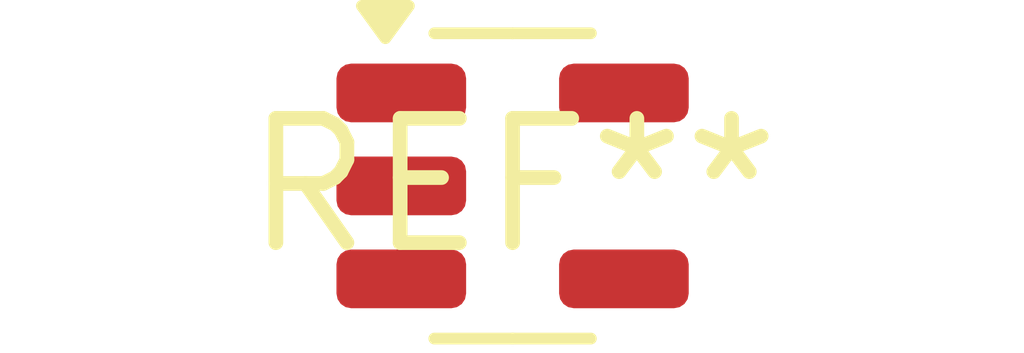
<source format=kicad_pcb>
(kicad_pcb (version 20240108) (generator pcbnew)
  (layers (0 "F.Cu" signal) (31 "B.Cu" signal) (34 "B.Paste" user) (35 "F.Paste" user) (36 "B.SilkS" user "B.Silkscreen") (37 "F.SilkS" user "F.Silkscreen") (38 "B.Mask" user) (39 "F.Mask" user) (44 "Edge.Cuts" user))
  (net 0 "")
  (footprint "SOT-23-5" (layer "F.Cu") (at 0 0)
    (property "Reference" "REF**")
    (property "Value" "SOT-23-5")
    (fp_line (start 0 -1.56) (end -0.8 -1.56) (layer "F.SilkS") (stroke (width 0.12)))
    (fp_line (start 0 -1.56) (end 0.8 -1.56) (layer "F.SilkS") (stroke (width 0.12)))
    (fp_line (start 0 1.56) (end -0.8 1.56) (layer "F.SilkS") (stroke (width 0.12)))
    (fp_line (start 0 1.56) (end 0.8 1.56) (layer "F.SilkS") (stroke (width 0.12)))
    (fp_poly (pts (xy -1.3 -1.51) (xy -1.54 -1.84) (xy -1.06 -1.84) (xy -1.3 -1.51)) (layer "F.SilkS") (stroke (width 0.12)) (fill solid))
    (pad "1" smd roundrect (at -1.1375 -0.95) (size 1.325 0.6) (layers "F.Cu" "F.Paste" "F.Mask"))
    (pad "2" smd roundrect (at -1.1375 0) (size 1.325 0.6) (layers "F.Cu" "F.Paste" "F.Mask"))
    (pad "3" smd roundrect (at -1.1375 0.95) (size 1.325 0.6) (layers "F.Cu" "F.Paste" "F.Mask"))
    (pad "4" smd roundrect (at 1.1375 0.95) (size 1.325 0.6) (layers "F.Cu" "F.Paste" "F.Mask"))
    (pad "5" smd roundrect (at 1.1375 -0.95) (size 1.325 0.6) (layers "F.Cu" "F.Paste" "F.Mask"))
  )
)
</source>
